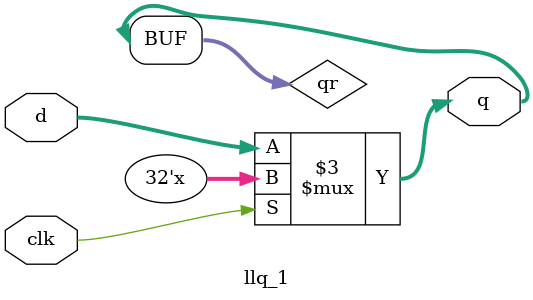
<source format=v>
module llq_1 (clk, d, q);
   parameter WIDTH = 32;
   input clk;
   input [WIDTH-1:0] d;
   output [WIDTH-1:0] q;
   reg [WIDTH-1:0]    qr;
   always @(clk or d)
     if (clk == 1'b0)
       qr <= d;
   assign q = qr;
endmodule
</source>
